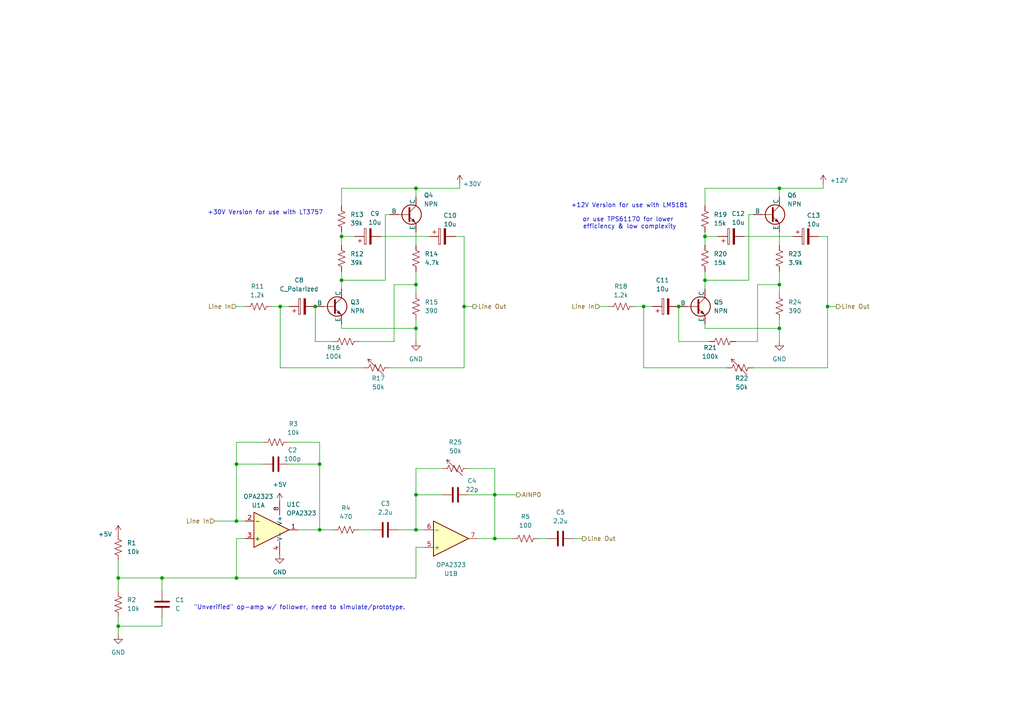
<source format=kicad_sch>
(kicad_sch (version 20231120) (generator "eeschema") (generator_version "8.0")
  (paper "A4")
  (lib_symbols
    (symbol "Amplifier_Operational:OPA2325" (pin_names (offset 0.127))
      (property "Reference" "U" (at 0 5.08 0))
      (property "Value" "OPA2325" (at -1.27 -5.08 0))
      (symbol "OPA2325_1_1"
        (polyline (pts (xy -5.08 5.08) (xy 5.08 0) (xy -5.08 -5.08) (xy -5.08 5.08)) (stroke (width 0.254)) (fill (type background)))
        (pin output line (at 7.62 0 180) (length 2.54) (name "~") (number "1"))
        (pin input line (at -7.62 -2.54 0) (length 2.54) (name "-") (number "2"))
        (pin input line (at -7.62 2.54 0) (length 2.54) (name "+") (number "3"))
      )
      (symbol "OPA2325_2_1"
        (polyline (pts (xy -5.08 5.08) (xy 5.08 0) (xy -5.08 -5.08) (xy -5.08 5.08)) (stroke (width 0.254)) (fill (type background)))
        (pin input line (at -7.62 2.54 0) (length 2.54) (name "+") (number "5"))
        (pin input line (at -7.62 -2.54 0) (length 2.54) (name "-") (number "6"))
        (pin output line (at 7.62 0 180) (length 2.54) (name "~") (number "7"))
      )
      (symbol "OPA2325_3_1"
        (pin power_in line (at -2.54 -7.62 90) (length 3.81) (name "V-") (number "4"))
        (pin power_in line (at -2.54 7.62 270) (length 3.81) (name "V+") (number "8"))
      )
    )
    (symbol "Device:C" (pin_numbers hide) (pin_names (offset 0.254))
      (property "Reference" "C" (at 0.635 2.54 0))
      (property "Value" "C" (at 0.635 -2.54 0))
      (symbol "C_0_1"
        (polyline (pts (xy -2.032 -0.762) (xy 2.032 -0.762)) (stroke (width 0.508)))
        (polyline (pts (xy -2.032 0.762) (xy 2.032 0.762)) (stroke (width 0.508)))
      )
      (symbol "C_1_1"
        (pin passive line (at 0 3.81 270) (length 2.794) (name "~") (number "1"))
        (pin passive line (at 0 -3.81 90) (length 2.794) (name "~") (number "2"))
      )
    )
    (symbol "Device:C_Polarized" (pin_numbers hide) (pin_names (offset 0.254))
      (property "Reference" "C" (at 0.635 2.54 0))
      (property "Value" "C_Polarized" (at 0.635 -2.54 0))
      (symbol "C_Polarized_0_1"
        (rectangle (start -2.286 0.508) (end 2.286 1.016))
        (polyline (pts (xy -1.778 2.286) (xy -0.762 2.286)))
        (polyline (pts (xy -1.27 2.794) (xy -1.27 1.778)))
        (rectangle (start 2.286 -0.508) (end -2.286 -1.016) (fill (type outline)))
      )
      (symbol "C_Polarized_1_1"
        (pin passive line (at 0 3.81 270) (length 2.794) (name "~") (number "1"))
        (pin passive line (at 0 -3.81 90) (length 2.794) (name "~") (number "2"))
      )
    )
    (symbol "Device:R_US" (pin_numbers hide) (pin_names (offset 0))
      (property "Reference" "R" (at 2.54 0 90))
      (property "Value" "R_US" (at -2.54 0 90))
      (symbol "R_US_0_1"
        (polyline (pts (xy 0 -2.286) (xy 0 -2.54)))
        (polyline (pts (xy 0 2.286) (xy 0 2.54)))
        (polyline (pts (xy 0 -0.762) (xy 1.016 -1.143) (xy 0 -1.524) (xy -1.016 -1.905) (xy 0 -2.286)))
        (polyline (pts (xy 0 0.762) (xy 1.016 0.381) (xy 0 0) (xy -1.016 -0.381) (xy 0 -0.762)))
        (polyline (pts (xy 0 2.286) (xy 1.016 1.905) (xy 0 1.524) (xy -1.016 1.143) (xy 0 0.762)))
      )
      (symbol "R_US_1_1"
        (pin passive line (at 0 3.81 270) (length 1.27) (name "~") (number "1"))
        (pin passive line (at 0 -3.81 90) (length 1.27) (name "~") (number "2"))
      )
    )
    (symbol "Device:R_Variable_US" (pin_numbers hide) (pin_names (offset 0))
      (property "Reference" "R" (at 2.54 -2.54 90))
      (property "Value" "R_Variable_US" (at -2.54 -1.27 90))
      (symbol "R_Variable_US_0_1"
        (polyline (pts (xy 0 -2.286) (xy 0 -2.54)))
        (polyline (pts (xy 0 2.286) (xy 0 2.54)))
        (polyline (pts (xy 0 -0.762) (xy 1.016 -1.143) (xy 0 -1.524) (xy -1.016 -1.905) (xy 0 -2.286)))
        (polyline (pts (xy 0 0.762) (xy 1.016 0.381) (xy 0 0) (xy -1.016 -0.381) (xy 0 -0.762)))
        (polyline (pts (xy 0 2.286) (xy 1.016 1.905) (xy 0 1.524) (xy -1.016 1.143) (xy 0 0.762)) (stroke (width 0.1524)))
        (polyline (pts (xy 2.286 1.524) (xy 2.54 2.54) (xy 1.524 2.286) (xy 2.54 2.54) (xy -2.032 -2.032)) (stroke (width 0.1524)))
      )
      (symbol "R_Variable_US_1_1"
        (pin passive line (at 0 3.81 270) (length 1.27) (name "~") (number "1"))
        (pin passive line (at 0 -3.81 90) (length 1.27) (name "~") (number "2"))
      )
    )
    (symbol "Simulation_SPICE:NPN" (pin_numbers hide) (pin_names (offset 0))
      (property "Reference" "Q" (at -2.54 7.62 0))
      (property "Value" "NPN" (at -2.54 5.08 0))
      (symbol "NPN_0_1"
        (polyline (pts (xy -2.54 0) (xy 0.635 0)) (stroke (width 0.1524)))
        (polyline (pts (xy 0.635 0.635) (xy 2.54 2.54)))
        (polyline (pts (xy 2.794 -1.27) (xy 2.794 -1.27)) (stroke (width 0.1524)))
        (polyline (pts (xy 2.794 -1.27) (xy 2.794 -1.27)) (stroke (width 0.1524)))
        (polyline (pts (xy 0.635 -0.635) (xy 2.54 -2.54) (xy 2.54 -2.54)))
        (polyline (pts (xy 0.635 1.905) (xy 0.635 -1.905) (xy 0.635 -1.905)) (stroke (width 0.508)))
        (polyline (pts (xy 1.27 -1.778) (xy 1.778 -1.27) (xy 2.286 -2.286) (xy 1.27 -1.778) (xy 1.27 -1.778)) (fill (type outline)))
        (circle (center 1.27 0) (radius 2.8194) (stroke (width 0.254)))
      )
      (symbol "NPN_1_1"
        (pin open_collector line (at 2.54 5.08 270) (length 2.54) (name "C") (number "1"))
        (pin input line (at -5.08 0 0) (length 2.54) (name "B") (number "2"))
        (pin open_emitter line (at 2.54 -5.08 90) (length 2.54) (name "E") (number "3"))
      )
    )
    (symbol "power:+12V" (power) (pin_numbers hide) (pin_names (offset 0) hide)
      (property "Value" "+12V" (at 0 3.556 0))
      (symbol "+12V_0_1"
        (polyline (pts (xy -0.762 1.27) (xy 0 2.54)))
        (polyline (pts (xy 0 0) (xy 0 2.54)))
        (polyline (pts (xy 0 2.54) (xy 0.762 1.27)))
      )
      (symbol "+12V_1_1"
        (pin power_in line (at 0 0 90) (length 0) (name "~") (number "1"))
      )
    )
    (symbol "power:+5V" (power) (pin_numbers hide) (pin_names (offset 0) hide)
      (property "Value" "+5V" (at 0 3.556 0))
      (symbol "+5V_0_1"
        (polyline (pts (xy -0.762 1.27) (xy 0 2.54)))
        (polyline (pts (xy 0 0) (xy 0 2.54)))
        (polyline (pts (xy 0 2.54) (xy 0.762 1.27)))
      )
      (symbol "+5V_1_1"
        (pin power_in line (at 0 0 90) (length 0) (name "~") (number "1"))
      )
    )
    (symbol "power:GND" (power) (pin_numbers hide) (pin_names (offset 0) hide)
      (property "Value" "GND" (at 0 -3.81 0))
      (symbol "GND_0_1"
        (polyline (pts (xy 0 0) (xy 0 -1.27) (xy 1.27 -1.27) (xy 0 -2.54) (xy -1.27 -1.27) (xy 0 -1.27)))
      )
      (symbol "GND_1_1"
        (pin power_in line (at 0 0 270) (length 0) (name "~") (number "1"))
      )
    )
  )
  (junction (at 34.29 167.64))
  (junction (at 226.06 82.55))
  (junction (at 204.47 68.58))
  (junction (at 92.71 134.62))
  (junction (at 120.65 82.55))
  (junction (at 68.58 134.62))
  (junction (at 143.51 143.51))
  (junction (at 120.65 143.51))
  (junction (at 99.06 68.58))
  (junction (at 143.51 156.21))
  (junction (at 91.44 88.9))
  (junction (at 226.06 95.25))
  (junction (at 68.58 167.64))
  (junction (at 196.85 88.9))
  (junction (at 68.58 151.13))
  (junction (at 186.69 88.9))
  (junction (at 92.71 153.67))
  (junction (at 204.47 81.28))
  (junction (at 134.62 88.9))
  (junction (at 99.06 81.28))
  (junction (at 46.99 167.64))
  (junction (at 81.28 88.9))
  (junction (at 120.65 153.67))
  (junction (at 34.29 181.61))
  (junction (at 240.03 88.9))
  (junction (at 120.65 54.61))
  (junction (at 120.65 95.25))
  (junction (at 226.06 54.61))
  (wire (pts (xy 120.65 99.06) (xy 120.65 95.25)))
  (wire (pts (xy 204.47 81.28) (xy 204.47 83.82)))
  (wire (pts (xy 99.06 95.25) (xy 99.06 93.98)))
  (wire (pts (xy 240.03 68.58) (xy 237.49 68.58)))
  (wire (pts (xy 143.51 143.51) (xy 149.86 143.51)))
  (wire (pts (xy 219.71 82.55) (xy 219.71 99.06)))
  (wire (pts (xy 226.06 67.31) (xy 226.06 71.12)))
  (wire (pts (xy 219.71 99.06) (xy 213.36 99.06)))
  (wire (pts (xy 92.71 128.27) (xy 92.71 134.62)))
  (wire (pts (xy 217.17 62.23) (xy 217.17 81.28)))
  (wire (pts (xy 83.82 134.62) (xy 92.71 134.62)))
  (wire (pts (xy 226.06 82.55) (xy 226.06 85.09)))
  (wire (pts (xy 110.49 68.58) (xy 124.46 68.58)))
  (wire (pts (xy 134.62 106.68) (xy 113.03 106.68)))
  (wire (pts (xy 143.51 135.89) (xy 143.51 143.51)))
  (wire (pts (xy 99.06 68.58) (xy 102.87 68.58)))
  (wire (pts (xy 242.57 88.9) (xy 240.03 88.9)))
  (wire (pts (xy 240.03 68.58) (xy 240.03 88.9)))
  (wire (pts (xy 99.06 68.58) (xy 99.06 71.12)))
  (wire (pts (xy 215.9 68.58) (xy 229.87 68.58)))
  (wire (pts (xy 68.58 134.62) (xy 68.58 128.27)))
  (wire (pts (xy 99.06 67.31) (xy 99.06 68.58)))
  (wire (pts (xy 86.36 153.67) (xy 92.71 153.67)))
  (wire (pts (xy 196.85 99.06) (xy 196.85 88.9)))
  (wire (pts (xy 62.23 151.13) (xy 68.58 151.13)))
  (wire (pts (xy 226.06 57.15) (xy 226.06 54.61)))
  (wire (pts (xy 156.21 156.21) (xy 158.75 156.21)))
  (wire (pts (xy 120.65 82.55) (xy 114.3 82.55)))
  (wire (pts (xy 34.29 167.64) (xy 34.29 171.45)))
  (wire (pts (xy 204.47 68.58) (xy 208.28 68.58)))
  (wire (pts (xy 240.03 106.68) (xy 218.44 106.68)))
  (wire (pts (xy 226.06 82.55) (xy 219.71 82.55)))
  (wire (pts (xy 204.47 68.58) (xy 204.47 71.12)))
  (wire (pts (xy 81.28 88.9) (xy 83.82 88.9)))
  (wire (pts (xy 120.65 135.89) (xy 120.65 143.51)))
  (wire (pts (xy 68.58 167.64) (xy 120.65 167.64)))
  (wire (pts (xy 34.29 181.61) (xy 34.29 179.07)))
  (wire (pts (xy 217.17 81.28) (xy 204.47 81.28)))
  (wire (pts (xy 68.58 134.62) (xy 76.2 134.62)))
  (wire (pts (xy 133.35 54.61) (xy 120.65 54.61)))
  (wire (pts (xy 46.99 181.61) (xy 34.29 181.61)))
  (wire (pts (xy 134.62 68.58) (xy 134.62 88.9)))
  (wire (pts (xy 204.47 95.25) (xy 204.47 93.98)))
  (wire (pts (xy 68.58 156.21) (xy 68.58 167.64)))
  (wire (pts (xy 120.65 78.74) (xy 120.65 82.55)))
  (wire (pts (xy 176.53 88.9) (xy 173.99 88.9)))
  (wire (pts (xy 34.29 162.56) (xy 34.29 167.64)))
  (wire (pts (xy 68.58 134.62) (xy 68.58 151.13)))
  (wire (pts (xy 143.51 156.21) (xy 138.43 156.21)))
  (wire (pts (xy 83.82 128.27) (xy 92.71 128.27)))
  (wire (pts (xy 46.99 179.07) (xy 46.99 181.61)))
  (wire (pts (xy 34.29 184.15) (xy 34.29 181.61)))
  (wire (pts (xy 120.65 57.15) (xy 120.65 54.61)))
  (wire (pts (xy 114.3 82.55) (xy 114.3 99.06)))
  (wire (pts (xy 186.69 88.9) (xy 189.23 88.9)))
  (wire (pts (xy 205.74 99.06) (xy 196.85 99.06)))
  (wire (pts (xy 78.74 88.9) (xy 81.28 88.9)))
  (wire (pts (xy 99.06 59.69) (xy 99.06 54.61)))
  (wire (pts (xy 91.44 99.06) (xy 91.44 88.9)))
  (wire (pts (xy 120.65 143.51) (xy 120.65 153.67)))
  (wire (pts (xy 120.65 95.25) (xy 99.06 95.25)))
  (wire (pts (xy 226.06 95.25) (xy 204.47 95.25)))
  (wire (pts (xy 115.57 153.67) (xy 120.65 153.67)))
  (wire (pts (xy 46.99 167.64) (xy 68.58 167.64)))
  (wire (pts (xy 186.69 106.68) (xy 186.69 88.9)))
  (wire (pts (xy 137.16 88.9) (xy 134.62 88.9)))
  (wire (pts (xy 135.89 143.51) (xy 143.51 143.51)))
  (wire (pts (xy 68.58 151.13) (xy 71.12 151.13)))
  (wire (pts (xy 111.76 62.23) (xy 113.03 62.23)))
  (wire (pts (xy 204.47 78.74) (xy 204.47 81.28)))
  (wire (pts (xy 217.17 62.23) (xy 218.44 62.23)))
  (wire (pts (xy 240.03 88.9) (xy 240.03 106.68)))
  (wire (pts (xy 226.06 78.74) (xy 226.06 82.55)))
  (wire (pts (xy 226.06 99.06) (xy 226.06 95.25)))
  (wire (pts (xy 143.51 143.51) (xy 143.51 156.21)))
  (wire (pts (xy 184.15 88.9) (xy 186.69 88.9)))
  (wire (pts (xy 111.76 62.23) (xy 111.76 81.28)))
  (wire (pts (xy 120.65 82.55) (xy 120.65 85.09)))
  (wire (pts (xy 210.82 106.68) (xy 186.69 106.68)))
  (wire (pts (xy 120.65 167.64) (xy 120.65 158.75)))
  (wire (pts (xy 81.28 106.68) (xy 81.28 88.9)))
  (wire (pts (xy 120.65 92.71) (xy 120.65 95.25)))
  (wire (pts (xy 120.65 135.89) (xy 128.27 135.89)))
  (wire (pts (xy 99.06 54.61) (xy 120.65 54.61)))
  (wire (pts (xy 204.47 67.31) (xy 204.47 68.58)))
  (wire (pts (xy 120.65 158.75) (xy 123.19 158.75)))
  (wire (pts (xy 96.52 99.06) (xy 91.44 99.06)))
  (wire (pts (xy 135.89 135.89) (xy 143.51 135.89)))
  (wire (pts (xy 71.12 88.9) (xy 68.58 88.9)))
  (wire (pts (xy 111.76 81.28) (xy 99.06 81.28)))
  (wire (pts (xy 204.47 54.61) (xy 226.06 54.61)))
  (wire (pts (xy 99.06 81.28) (xy 99.06 83.82)))
  (wire (pts (xy 204.47 59.69) (xy 204.47 54.61)))
  (wire (pts (xy 238.76 53.34) (xy 238.76 54.61)))
  (wire (pts (xy 105.41 106.68) (xy 81.28 106.68)))
  (wire (pts (xy 68.58 128.27) (xy 76.2 128.27)))
  (wire (pts (xy 46.99 167.64) (xy 46.99 171.45)))
  (wire (pts (xy 120.65 153.67) (xy 123.19 153.67)))
  (wire (pts (xy 134.62 88.9) (xy 134.62 106.68)))
  (wire (pts (xy 96.52 153.67) (xy 92.71 153.67)))
  (wire (pts (xy 34.29 167.64) (xy 46.99 167.64)))
  (wire (pts (xy 238.76 54.61) (xy 226.06 54.61)))
  (wire (pts (xy 104.14 153.67) (xy 107.95 153.67)))
  (wire (pts (xy 120.65 67.31) (xy 120.65 71.12)))
  (wire (pts (xy 92.71 134.62) (xy 92.71 153.67)))
  (wire (pts (xy 134.62 68.58) (xy 132.08 68.58)))
  (wire (pts (xy 226.06 92.71) (xy 226.06 95.25)))
  (wire (pts (xy 114.3 99.06) (xy 104.14 99.06)))
  (wire (pts (xy 99.06 78.74) (xy 99.06 81.28)))
  (wire (pts (xy 143.51 156.21) (xy 148.59 156.21)))
  (wire (pts (xy 133.35 53.34) (xy 133.35 54.61)))
  (wire (pts (xy 166.37 156.21) (xy 168.91 156.21)))
  (wire (pts (xy 120.65 143.51) (xy 128.27 143.51)))
  (wire (pts (xy 71.12 156.21) (xy 68.58 156.21)))
  (text "+12V Version for use with LM5181\n\nor use TPS61170 for lower \nefficiency & low complexity" (at 182.626 62.738 0) (effects (font (size 1.27 1.27))))
  (text "+30V Version for use with LT3757" (at 76.962 61.722 0) (effects (font (size 1.27 1.27))))
  (text "\"Unverified\" op-amp w/ follower, need to simulate/prototype.\n" (at 86.868 176.276 0) (effects (font (size 1.27 1.27))))
  (hierarchical_label "Line In" (shape input) (at 62.23 151.13 180))
  (hierarchical_label "Line In" (shape input) (at 68.58 88.9 180))
  (hierarchical_label "Line In" (shape input) (at 173.99 88.9 180))
  (hierarchical_label "Line Out" (shape output) (at 168.91 156.21 0))
  (hierarchical_label "AINP0" (shape output) (at 149.86 143.51 0))
  (hierarchical_label "Line Out" (shape output) (at 242.57 88.9 0))
  (hierarchical_label "Line Out" (shape output) (at 137.16 88.9 0))
  (symbol (lib_id "Device:R_Variable_US") (at 132.08 135.89 90) (unit 1)
    (property "Reference" "R25" (at 132.08 128.27 90))
    (property "Value" "50k" (at 132.08 130.81 90))
    (property "Description" "Variable resistor, US symbol" (effects (hide yes)))
  )
  (symbol (lib_id "power:+12V") (at 238.76 53.34 0) (unit 1)
    (property "Reference" "#PWR016" (effects (hide yes)))
    (property "Value" "+12V" (at 243.332 52.324 0))
    (property "Description" "Power symbol creates a global label with name \"+12V\"" (effects (hide yes)))
  )
  (symbol (lib_id "Device:R_US") (at 209.55 99.06 90) (unit 1)
    (property "Reference" "R21" (at 205.994 100.838 90))
    (property "Value" "100k" (at 205.994 103.378 90))
    (property "Description" "Resistor, US symbol" (effects (hide yes)))
  )
  (symbol (lib_id "power:GND") (at 34.29 184.15 0) (unit 1)
    (property "Reference" "#PWR02" (effects (hide yes)))
    (property "Value" "GND" (at 34.29 189.23 0))
    (property "Description" "Power symbol creates a global label with name \"GND\" , ground" (effects (hide yes)))
  )
  (symbol (lib_id "Device:R_US") (at 180.34 88.9 270) (unit 1)
    (property "Reference" "R18" (at 180.086 83.058 90))
    (property "Value" "1.2k" (at 180.086 85.598 90))
    (property "Description" "Resistor, US symbol" (effects (hide yes)))
  )
  (symbol (lib_id "Device:R_US") (at 120.65 88.9 0) (unit 1)
    (property "Reference" "R15" (at 123.19 87.6299 0) (effects (justify left)))
    (property "Value" "390" (at 123.19 90.1699 0) (effects (justify left)))
    (property "Description" "Resistor, US symbol" (effects (hide yes)))
  )
  (symbol (lib_id "power:GND") (at 226.06 99.06 0) (unit 1)
    (property "Reference" "#PWR09" (effects (hide yes)))
    (property "Value" "GND" (at 226.06 104.14 0))
    (property "Description" "Power symbol creates a global label with name \"GND\" , ground" (effects (hide yes)))
  )
  (symbol (lib_id "Device:R_US") (at 34.29 175.26 0) (unit 1)
    (property "Reference" "R2" (at 36.83 173.9899 0) (effects (justify left)))
    (property "Value" "10k" (at 36.83 176.5299 0) (effects (justify left)))
    (property "Description" "Resistor, US symbol" (effects (hide yes)))
  )
  (symbol (lib_id "power:+12V") (at 133.35 53.34 0) (unit 1)
    (property "Reference" "#PWR08" (effects (hide yes)))
    (property "Value" "+30V" (at 136.906 53.34 0))
    (property "Description" "Power symbol creates a global label with name \"+12V\"" (effects (hide yes)))
  )
  (symbol (lib_id "power:+5V") (at 81.1135 145.6164 0) (unit 1)
    (property "Reference" "#PWR03" (effects (hide yes)))
    (property "Value" "+5V" (at 81.1135 140.5364 0))
    (property "Description" "Power symbol creates a global label with name \"+5V\"" (effects (hide yes)))
  )
  (symbol (lib_id "Device:R_US") (at 99.06 74.93 0) (unit 1)
    (property "Reference" "R12" (at 101.6 73.6599 0) (effects (justify left)))
    (property "Value" "39k" (at 101.6 76.1999 0) (effects (justify left)))
    (property "Description" "Resistor, US symbol" (effects (hide yes)))
  )
  (symbol (lib_id "Device:R_US") (at 226.06 88.9 0) (unit 1)
    (property "Reference" "R24" (at 228.6 87.6299 0) (effects (justify left)))
    (property "Value" "390" (at 228.6 90.1699 0) (effects (justify left)))
    (property "Description" "Resistor, US symbol" (effects (hide yes)))
  )
  (symbol (lib_id "Device:R_US") (at 120.65 74.93 0) (unit 1)
    (property "Reference" "R14" (at 123.19 73.6599 0) (effects (justify left)))
    (property "Value" "4.7k" (at 123.19 76.1999 0) (effects (justify left)))
    (property "Description" "Resistor, US symbol" (effects (hide yes)))
  )
  (symbol (lib_id "power:GND") (at 120.65 99.06 0) (unit 1)
    (property "Reference" "#PWR05" (effects (hide yes)))
    (property "Value" "GND" (at 120.65 104.14 0))
    (property "Description" "Power symbol creates a global label with name \"GND\" , ground" (effects (hide yes)))
  )
  (symbol (lib_id "Device:C") (at 46.99 175.26 0) (unit 1)
    (property "Reference" "C1" (at 50.8 173.9899 0) (effects (justify left)))
    (property "Value" "C" (at 50.8 176.5299 0) (effects (justify left)))
    (property "Description" "Unpolarized capacitor" (effects (hide yes)))
  )
  (symbol (lib_id "Device:C_Polarized") (at 212.09 68.58 90) (unit 1)
    (property "Reference" "C12" (at 214.122 61.976 90))
    (property "Value" "10u" (at 214.122 64.516 90))
    (property "Description" "Polarized capacitor" (effects (hide yes)))
  )
  (symbol (lib_id "Device:R_Variable_US") (at 214.63 106.68 90) (unit 1)
    (property "Reference" "R22" (at 215.138 109.728 90))
    (property "Value" "50k" (at 215.138 112.268 90))
    (property "Description" "Variable resistor, US symbol" (effects (hide yes)))
  )
  (symbol (lib_id "Device:C") (at 132.08 143.51 90) (unit 1)
    (property "Reference" "C4" (at 136.906 139.446 90))
    (property "Value" "22p" (at 136.906 141.986 90))
    (property "Description" "Unpolarized capacitor" (effects (hide yes)))
  )
  (symbol (lib_id "power:GND") (at 81.1135 160.8564 0) (unit 1)
    (property "Reference" "#PWR04" (effects (hide yes)))
    (property "Value" "GND" (at 81.1135 165.9364 0))
    (property "Description" "Power symbol creates a global label with name \"GND\" , ground" (effects (hide yes)))
  )
  (symbol (lib_id "Device:R_US") (at 204.47 74.93 0) (unit 1)
    (property "Reference" "R20" (at 207.01 73.6599 0) (effects (justify left)))
    (property "Value" "15k" (at 207.01 76.1999 0) (effects (justify left)))
    (property "Description" "Resistor, US symbol" (effects (hide yes)))
  )
  (symbol (lib_id "Device:C_Polarized") (at 106.68 68.58 90) (unit 1)
    (property "Reference" "C9" (at 108.712 61.976 90))
    (property "Value" "10u" (at 108.712 64.516 90))
    (property "Description" "Polarized capacitor" (effects (hide yes)))
  )
  (symbol (lib_id "Device:C") (at 162.56 156.21 90) (unit 1)
    (property "Reference" "C5" (at 162.56 148.59 90))
    (property "Value" "2.2u" (at 162.56 151.13 90))
    (property "Description" "Unpolarized capacitor" (effects (hide yes)))
  )
  (symbol (lib_id "Simulation_SPICE:NPN") (at 96.52 88.9 0) (unit 1)
    (property "Reference" "Q3" (at 101.6 87.6299 0) (effects (justify left)))
    (property "Value" "NPN" (at 101.6 90.1699 0) (effects (justify left)))
    (property "Datasheet" "https://ngspice.sourceforge.io/docs/ngspice-html-manual/manual.xhtml#cha_BJTs" (effects (hide yes)))
    (property "Description" "Bipolar transistor symbol for simulation only, substrate tied to the emitter" (effects (hide yes)))
    (property "Sim.Device" "NPN" (effects (hide yes)))
    (property "Sim.Type" "GUMMELPOON" (effects (hide yes)))
    (property "Sim.Pins" "1=C 2=B 3=E" (effects (hide yes)))
  )
  (symbol (lib_id "Amplifier_Operational:OPA2325") (at 83.6535 153.2364 0) (unit 3)
    (property "Reference" "U1" (at 83.058 146.304 0) (effects (justify left)))
    (property "Value" "OPA2323" (at 83.058 148.844 0) (effects (justify left)))
    (property "Footprint" "Package_SO:SOIC-8_3.9x4.9mm_P1.27mm" (effects (hide yes)))
    (property "Datasheet" "https://www.ti.com/lit/ds/symlink/opa2323.pdf?ts=1726569427509&ref_url=https%253A%252F%252Fwww.mouser.de%252F" (effects (hide yes)))
    (property "Description" "Precision, 10-MHz, Low-Noise, Low-Power, RRIO, CMOS Operational Amplifier, SOIC-8" (effects (hide yes)))
  )
  (symbol (lib_id "power:+5V") (at 34.29 154.94 0) (unit 1)
    (property "Reference" "#PWR01" (effects (hide yes)))
    (property "Value" "+5V" (at 30.48 154.94 0))
    (property "Description" "Power symbol creates a global label with name \"+5V\"" (effects (hide yes)))
  )
  (symbol (lib_id "Simulation_SPICE:NPN") (at 223.52 62.23 0) (unit 1)
    (property "Reference" "Q6" (at 228.346 56.642 0) (effects (justify left)))
    (property "Value" "NPN" (at 228.346 59.182 0) (effects (justify left)))
    (property "Datasheet" "https://ngspice.sourceforge.io/docs/ngspice-html-manual/manual.xhtml#cha_BJTs" (effects (hide yes)))
    (property "Description" "Bipolar transistor symbol for simulation only, substrate tied to the emitter" (effects (hide yes)))
    (property "Sim.Device" "NPN" (effects (hide yes)))
    (property "Sim.Type" "GUMMELPOON" (effects (hide yes)))
    (property "Sim.Pins" "1=C 2=B 3=E" (effects (hide yes)))
  )
  (symbol (lib_id "Simulation_SPICE:NPN") (at 201.93 88.9 0) (unit 1)
    (property "Reference" "Q5" (at 207.01 87.6299 0) (effects (justify left)))
    (property "Value" "NPN" (at 207.01 90.1699 0) (effects (justify left)))
    (property "Datasheet" "https://ngspice.sourceforge.io/docs/ngspice-html-manual/manual.xhtml#cha_BJTs" (effects (hide yes)))
    (property "Description" "Bipolar transistor symbol for simulation only, substrate tied to the emitter" (effects (hide yes)))
    (property "Sim.Device" "NPN" (effects (hide yes)))
    (property "Sim.Type" "GUMMELPOON" (effects (hide yes)))
    (property "Sim.Pins" "1=C 2=B 3=E" (effects (hide yes)))
  )
  (symbol (lib_id "Device:R_US") (at 204.47 63.5 0) (unit 1)
    (property "Reference" "R19" (at 207.01 62.2299 0) (effects (justify left)))
    (property "Value" "15k" (at 207.01 64.7699 0) (effects (justify left)))
    (property "Description" "Resistor, US symbol" (effects (hide yes)))
  )
  (symbol (lib_id "Simulation_SPICE:NPN") (at 118.11 62.23 0) (unit 1)
    (property "Reference" "Q4" (at 122.936 56.642 0) (effects (justify left)))
    (property "Value" "NPN" (at 122.936 59.182 0) (effects (justify left)))
    (property "Datasheet" "https://ngspice.sourceforge.io/docs/ngspice-html-manual/manual.xhtml#cha_BJTs" (effects (hide yes)))
    (property "Description" "Bipolar transistor symbol for simulation only, substrate tied to the emitter" (effects (hide yes)))
    (property "Sim.Device" "NPN" (effects (hide yes)))
    (property "Sim.Type" "GUMMELPOON" (effects (hide yes)))
    (property "Sim.Pins" "1=C 2=B 3=E" (effects (hide yes)))
  )
  (symbol (lib_id "Device:R_US") (at 34.29 158.75 0) (unit 1)
    (property "Reference" "R1" (at 36.83 157.4799 0) (effects (justify left)))
    (property "Value" "10k" (at 36.83 160.0199 0) (effects (justify left)))
    (property "Description" "Resistor, US symbol" (effects (hide yes)))
  )
  (symbol (lib_id "Device:R_US") (at 74.93 88.9 270) (unit 1)
    (property "Reference" "R11" (at 74.676 83.058 90))
    (property "Value" "1.2k" (at 74.676 85.598 90))
    (property "Description" "Resistor, US symbol" (effects (hide yes)))
  )
  (symbol (lib_id "Device:R_US") (at 99.06 63.5 0) (unit 1)
    (property "Reference" "R13" (at 101.6 62.2299 0) (effects (justify left)))
    (property "Value" "39k" (at 101.6 64.7699 0) (effects (justify left)))
    (property "Description" "Resistor, US symbol" (effects (hide yes)))
  )
  (symbol (lib_id "Device:R_Variable_US") (at 109.22 106.68 90) (unit 1)
    (property "Reference" "R17" (at 109.728 109.728 90))
    (property "Value" "50k" (at 109.728 112.268 90))
    (property "Description" "Variable resistor, US symbol" (effects (hide yes)))
  )
  (symbol (lib_id "Device:R_US") (at 100.33 99.06 90) (unit 1)
    (property "Reference" "R16" (at 96.774 100.838 90))
    (property "Value" "100k" (at 96.774 103.378 90))
    (property "Description" "Resistor, US symbol" (effects (hide yes)))
  )
  (symbol (lib_id "Device:C_Polarized") (at 128.27 68.58 90) (mirror x) (unit 1)
    (property "Reference" "C10" (at 130.556 62.484 90))
    (property "Value" "10u" (at 130.556 65.024 90))
    (property "Description" "Polarized capacitor" (effects (hide yes)))
  )
  (symbol (lib_id "Device:C") (at 111.76 153.67 270) (unit 1)
    (property "Reference" "C3" (at 111.76 146.05 90))
    (property "Value" "2.2u" (at 111.76 148.59 90))
    (property "Description" "Unpolarized capacitor" (effects (hide yes)))
  )
  (symbol (lib_id "Device:C") (at 80.01 134.62 90) (unit 1)
    (property "Reference" "C2" (at 84.836 130.556 90))
    (property "Value" "100p" (at 84.836 133.096 90))
    (property "Description" "Unpolarized capacitor" (effects (hide yes)))
  )
  (symbol (lib_id "Device:R_US") (at 226.06 74.93 0) (unit 1)
    (property "Reference" "R23" (at 228.6 73.6599 0) (effects (justify left)))
    (property "Value" "3.9k" (at 228.6 76.1999 0) (effects (justify left)))
    (property "Description" "Resistor, US symbol" (effects (hide yes)))
  )
  (symbol (lib_id "Device:C_Polarized") (at 233.68 68.58 90) (mirror x) (unit 1)
    (property "Reference" "C13" (at 235.966 62.484 90))
    (property "Value" "10u" (at 235.966 65.024 90))
    (property "Description" "Polarized capacitor" (effects (hide yes)))
  )
  (symbol (lib_id "Device:R_US") (at 80.01 128.27 270) (unit 1)
    (property "Reference" "R3" (at 85.09 122.936 90))
    (property "Value" "10k" (at 85.09 125.476 90))
    (property "Description" "Resistor, US symbol" (effects (hide yes)))
  )
  (symbol (lib_id "Amplifier_Operational:OPA2325") (at 78.74 153.67 0) (mirror x) (unit 1)
    (property "Reference" "U1" (at 74.93 146.558 0))
    (property "Value" "OPA2323" (at 74.93 144.018 0))
    (property "Footprint" "Package_SO:SOIC-8_3.9x4.9mm_P1.27mm" (effects (hide yes)))
    (property "Datasheet" "https://www.ti.com/lit/ds/symlink/opa2323.pdf?ts=1726569427509&ref_url=https%253A%252F%252Fwww.mouser.de%252F" (effects (hide yes)))
    (property "Description" "Precision, 10-MHz, Low-Noise, Low-Power, RRIO, CMOS Operational Amplifier, SOIC-8" (effects (hide yes)))
  )
  (symbol (lib_id "Amplifier_Operational:OPA2325") (at 130.81 156.21 0) (mirror x) (unit 2)
    (property "Reference" "U1" (at 130.81 166.37 0))
    (property "Value" "OPA2323" (at 130.81 163.83 0))
    (property "Footprint" "Package_SO:SOIC-8_3.9x4.9mm_P1.27mm" (effects (hide yes)))
    (property "Datasheet" "https://www.ti.com/lit/ds/symlink/opa2323.pdf?ts=1726569427509&ref_url=https%253A%252F%252Fwww.mouser.de%252F" (effects (hide yes)))
    (property "Description" "Precision, 10-MHz, Low-Noise, Low-Power, RRIO, CMOS Operational Amplifier, SOIC-8" (effects (hide yes)))
  )
  (symbol (lib_id "Device:C_Polarized") (at 87.63 88.9 90) (unit 1)
    (property "Reference" "C8" (at 86.741 81.28 90))
    (property "Value" "C_Polarized" (at 86.741 83.82 90))
    (property "Description" "Polarized capacitor" (effects (hide yes)))
  )
  (symbol (lib_id "Device:R_US") (at 100.33 153.67 90) (unit 1)
    (property "Reference" "R4" (at 100.33 147.32 90))
    (property "Value" "470" (at 100.33 149.86 90))
    (property "Description" "Resistor, US symbol" (effects (hide yes)))
  )
  (symbol (lib_id "Device:C_Polarized") (at 193.04 88.9 90) (unit 1)
    (property "Reference" "C11" (at 192.151 81.28 90))
    (property "Value" "10u" (at 192.151 83.82 90))
    (property "Description" "Polarized capacitor" (effects (hide yes)))
  )
  (symbol (lib_id "Device:R_US") (at 152.4 156.21 90) (unit 1)
    (property "Reference" "R5" (at 152.4 149.86 90))
    (property "Value" "100" (at 152.4 152.4 90))
    (property "Description" "Resistor, US symbol" (effects (hide yes)))
  )
)
</source>
